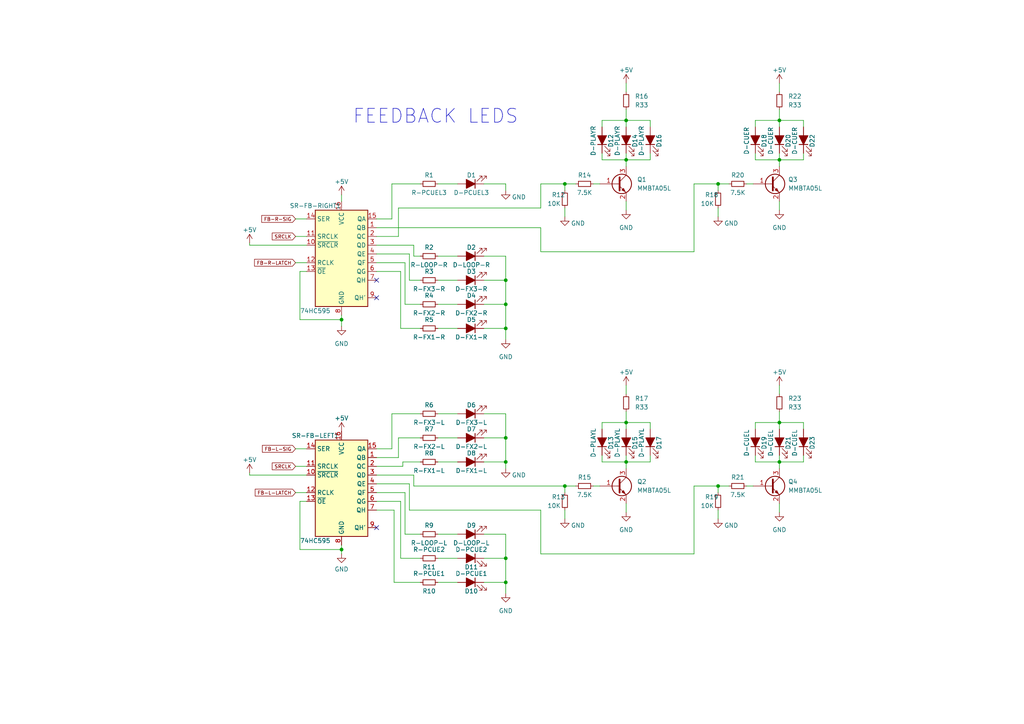
<source format=kicad_sch>
(kicad_sch (version 20210621) (generator eeschema)
  (paper "A4")
  (lib_symbols
    (symbol "74xx:74HC595"
      (property "Reference" "U" (at -7.62 13.97 0))
      (property "Value" "74HC595" (at -7.62 -16.51 0))
      (symbol "74HC595_1_0"
        (pin tri_state line (at 10.16 7.62 180) (length 2.54) (name "QB") (number "1"))
        (pin input line (at -10.16 2.54 0) (length 2.54) (name "~{SRCLR}") (number "10"))
        (pin input line (at -10.16 5.08 0) (length 2.54) (name "SRCLK") (number "11"))
        (pin input line (at -10.16 -2.54 0) (length 2.54) (name "RCLK") (number "12"))
        (pin input line (at -10.16 -5.08 0) (length 2.54) (name "~{OE}") (number "13"))
        (pin input line (at -10.16 10.16 0) (length 2.54) (name "SER") (number "14"))
        (pin tri_state line (at 10.16 10.16 180) (length 2.54) (name "QA") (number "15"))
        (pin power_in line (at 0 15.24 270) (length 2.54) (name "VCC") (number "16"))
        (pin tri_state line (at 10.16 5.08 180) (length 2.54) (name "QC") (number "2"))
        (pin tri_state line (at 10.16 2.54 180) (length 2.54) (name "QD") (number "3"))
        (pin tri_state line (at 10.16 0 180) (length 2.54) (name "QE") (number "4"))
        (pin tri_state line (at 10.16 -2.54 180) (length 2.54) (name "QF") (number "5"))
        (pin tri_state line (at 10.16 -5.08 180) (length 2.54) (name "QG") (number "6"))
        (pin tri_state line (at 10.16 -7.62 180) (length 2.54) (name "QH") (number "7"))
        (pin power_in line (at 0 -17.78 90) (length 2.54) (name "GND") (number "8"))
        (pin output line (at 10.16 -12.7 180) (length 2.54) (name "QH'") (number "9"))
      )
      (symbol "74HC595_1_1"
        (rectangle (start -7.62 12.7) (end 7.62 -15.24) (stroke (width 0.254)) (fill (type background)))
      )
    )
    (symbol "Device:LED_Filled" (pin_numbers hide) (pin_names (offset 1.016) hide)
      (property "Reference" "D" (at 0 2.54 0))
      (property "Value" "LED_Filled" (at 0 -2.54 0))
      (symbol "LED_Filled_0_1"
        (polyline (pts (xy -1.27 -1.27) (xy -1.27 1.27)) (stroke (width 0.254)))
        (polyline (pts (xy -1.27 0) (xy 1.27 0)))
        (polyline (pts (xy -3.048 -0.762) (xy -4.572 -2.286) (xy -3.81 -2.286) (xy -4.572 -2.286) (xy -4.572 -1.524)))
        (polyline (pts (xy -1.778 -0.762) (xy -3.302 -2.286) (xy -2.54 -2.286) (xy -3.302 -2.286) (xy -3.302 -1.524)))
        (polyline (pts (xy 1.27 -1.27) (xy 1.27 1.27) (xy -1.27 0) (xy 1.27 -1.27)) (stroke (width 0.254)) (fill (type outline)))
      )
      (symbol "LED_Filled_1_1"
        (pin passive line (at -3.81 0 0) (length 2.54) (name "K") (number "1"))
        (pin passive line (at 3.81 0 180) (length 2.54) (name "A") (number "2"))
      )
    )
    (symbol "Device:R_Small" (pin_numbers hide) (pin_names (offset 0.254) hide)
      (property "Reference" "R" (at 0.762 0.508 0))
      (property "Value" "R_Small" (at 0.762 -1.016 0))
      (symbol "R_Small_0_1"
        (rectangle (start -0.762 1.778) (end 0.762 -1.778) (stroke (width 0.2032)))
      )
      (symbol "R_Small_1_1"
        (pin passive line (at 0 2.54 270) (length 0.762) (name "~") (number "1"))
        (pin passive line (at 0 -2.54 90) (length 0.762) (name "~") (number "2"))
      )
    )
    (symbol "Transistor_BJT:MMBTA42" (pin_names (offset 0) hide)
      (property "Reference" "Q" (at 5.08 1.905 0))
      (property "Value" "MMBTA42" (at 5.08 0 0))
      (symbol "MMBTA42_0_1"
        (circle (center 1.27 0) (radius 2.8194) (stroke (width 0.254)))
        (polyline (pts (xy 0 0) (xy 0.635 0)))
        (polyline (pts (xy 0.635 0.635) (xy 2.54 2.54)))
        (polyline (pts (xy 0.635 -0.635) (xy 2.54 -2.54) (xy 2.54 -2.54)))
        (polyline (pts (xy 0.635 1.905) (xy 0.635 -1.905) (xy 0.635 -1.905)) (stroke (width 0.508)))
        (polyline (pts (xy 1.27 -1.778) (xy 1.778 -1.27) (xy 2.286 -2.286) (xy 1.27 -1.778) (xy 1.27 -1.778)) (fill (type outline)))
      )
      (symbol "MMBTA42_1_1"
        (pin input line (at -5.08 0 0) (length 5.08) (name "B") (number "1"))
        (pin passive line (at 2.54 -5.08 90) (length 2.54) (name "E") (number "2"))
        (pin passive line (at 2.54 5.08 270) (length 2.54) (name "C") (number "3"))
      )
    )
    (symbol "power:+5V" (power) (pin_names (offset 0))
      (property "Value" "+5V" (at 0 3.556 0))
      (symbol "+5V_0_1"
        (polyline (pts (xy -0.762 1.27) (xy 0 2.54)))
        (polyline (pts (xy 0 0) (xy 0 2.54)))
        (polyline (pts (xy 0 2.54) (xy 0.762 1.27)))
      )
      (symbol "+5V_1_1"
        (pin power_in line (at 0 0 90) (length 0) hide (name "+5V") (number "1"))
      )
    )
    (symbol "power:GND" (power) (pin_names (offset 0))
      (property "Value" "GND" (at 0 -3.81 0))
      (symbol "GND_0_1"
        (polyline (pts (xy 0 0) (xy 0 -1.27) (xy 1.27 -1.27) (xy 0 -2.54) (xy -1.27 -1.27) (xy 0 -1.27)))
      )
      (symbol "GND_1_1"
        (pin power_in line (at 0 0 270) (length 0) hide (name "GND") (number "1"))
      )
    )
  )
  (junction (at 99.06 92.71))
  (junction (at 99.06 159.385))
  (junction (at 146.685 81.28))
  (junction (at 146.685 88.265))
  (junction (at 146.685 95.25))
  (junction (at 146.685 127))
  (junction (at 146.685 133.985))
  (junction (at 146.685 161.925))
  (junction (at 146.685 168.91))
  (junction (at 163.83 53.34))
  (junction (at 163.83 140.97))
  (junction (at 181.61 34.925))
  (junction (at 181.61 46.355))
  (junction (at 181.61 122.555))
  (junction (at 181.61 133.985))
  (junction (at 208.28 53.34))
  (junction (at 208.28 140.97))
  (junction (at 226.06 34.925))
  (junction (at 226.06 46.355))
  (junction (at 226.06 122.555))
  (junction (at 226.06 133.985))
  (no_connect (at 109.22 81.28))
  (no_connect (at 109.22 86.36))
  (no_connect (at 109.22 153.035))
  (wire (pts (xy 72.39 70.485) (xy 72.39 71.12)))
  (wire (pts (xy 72.39 71.12) (xy 88.9 71.12)))
  (wire (pts (xy 72.39 137.16) (xy 72.39 137.795)))
  (wire (pts (xy 72.39 137.795) (xy 88.9 137.795)))
  (wire (pts (xy 85.725 63.5) (xy 88.9 63.5)))
  (wire (pts (xy 85.725 68.58) (xy 88.9 68.58)))
  (wire (pts (xy 85.725 76.2) (xy 88.9 76.2)))
  (wire (pts (xy 85.725 130.175) (xy 88.9 130.175)))
  (wire (pts (xy 85.725 135.255) (xy 88.9 135.255)))
  (wire (pts (xy 85.725 142.875) (xy 88.9 142.875)))
  (wire (pts (xy 86.995 78.74) (xy 86.995 92.71)))
  (wire (pts (xy 86.995 92.71) (xy 99.06 92.71)))
  (wire (pts (xy 86.995 145.415) (xy 86.995 159.385)))
  (wire (pts (xy 86.995 159.385) (xy 99.06 159.385)))
  (wire (pts (xy 88.9 78.74) (xy 86.995 78.74)))
  (wire (pts (xy 88.9 145.415) (xy 86.995 145.415)))
  (wire (pts (xy 99.06 56.515) (xy 99.06 58.42)))
  (wire (pts (xy 99.06 91.44) (xy 99.06 92.71)))
  (wire (pts (xy 99.06 92.71) (xy 99.06 94.615)))
  (wire (pts (xy 99.06 158.115) (xy 99.06 159.385)))
  (wire (pts (xy 99.06 159.385) (xy 99.06 160.655)))
  (wire (pts (xy 109.22 63.5) (xy 113.665 63.5)))
  (wire (pts (xy 109.22 68.58) (xy 115.57 68.58)))
  (wire (pts (xy 109.22 71.12) (xy 120.015 71.12)))
  (wire (pts (xy 109.22 73.66) (xy 118.745 73.66)))
  (wire (pts (xy 109.22 76.2) (xy 117.475 76.2)))
  (wire (pts (xy 109.22 78.74) (xy 116.205 78.74)))
  (wire (pts (xy 109.22 130.175) (xy 113.665 130.175)))
  (wire (pts (xy 109.22 132.715) (xy 115.57 132.715)))
  (wire (pts (xy 109.22 135.255) (xy 116.84 135.255)))
  (wire (pts (xy 109.22 137.795) (xy 120.015 137.795)))
  (wire (pts (xy 109.22 140.335) (xy 118.745 140.335)))
  (wire (pts (xy 109.22 142.875) (xy 117.475 142.875)))
  (wire (pts (xy 109.22 145.415) (xy 116.205 145.415)))
  (wire (pts (xy 109.22 147.955) (xy 114.3 147.955)))
  (wire (pts (xy 113.665 53.34) (xy 121.92 53.34)))
  (wire (pts (xy 113.665 63.5) (xy 113.665 53.34)))
  (wire (pts (xy 113.665 120.015) (xy 121.92 120.015)))
  (wire (pts (xy 113.665 130.175) (xy 113.665 120.015)))
  (wire (pts (xy 114.3 147.955) (xy 114.3 168.91)))
  (wire (pts (xy 114.3 168.91) (xy 121.92 168.91)))
  (wire (pts (xy 115.57 60.325) (xy 115.57 68.58)))
  (wire (pts (xy 115.57 60.325) (xy 156.845 60.325)))
  (wire (pts (xy 115.57 127) (xy 121.92 127)))
  (wire (pts (xy 115.57 132.715) (xy 115.57 127)))
  (wire (pts (xy 116.205 78.74) (xy 116.205 95.25)))
  (wire (pts (xy 116.205 95.25) (xy 121.92 95.25)))
  (wire (pts (xy 116.205 145.415) (xy 116.205 161.925)))
  (wire (pts (xy 116.205 161.925) (xy 121.92 161.925)))
  (wire (pts (xy 116.84 133.985) (xy 121.92 133.985)))
  (wire (pts (xy 116.84 135.255) (xy 116.84 133.985)))
  (wire (pts (xy 117.475 76.2) (xy 117.475 88.265)))
  (wire (pts (xy 117.475 88.265) (xy 121.92 88.265)))
  (wire (pts (xy 117.475 142.875) (xy 117.475 154.94)))
  (wire (pts (xy 117.475 154.94) (xy 121.92 154.94)))
  (wire (pts (xy 118.745 73.66) (xy 118.745 81.28)))
  (wire (pts (xy 118.745 81.28) (xy 121.92 81.28)))
  (wire (pts (xy 118.745 140.335) (xy 118.745 147.955)))
  (wire (pts (xy 118.745 147.955) (xy 156.845 147.955)))
  (wire (pts (xy 120.015 71.12) (xy 120.015 74.295)))
  (wire (pts (xy 120.015 74.295) (xy 121.92 74.295)))
  (wire (pts (xy 120.015 137.795) (xy 120.015 140.97)))
  (wire (pts (xy 120.015 140.97) (xy 163.83 140.97)))
  (wire (pts (xy 127 53.34) (xy 132.715 53.34)))
  (wire (pts (xy 127 74.295) (xy 132.715 74.295)))
  (wire (pts (xy 127 81.28) (xy 132.715 81.28)))
  (wire (pts (xy 127 88.265) (xy 132.715 88.265)))
  (wire (pts (xy 127 95.25) (xy 132.715 95.25)))
  (wire (pts (xy 127 120.015) (xy 132.715 120.015)))
  (wire (pts (xy 127 127) (xy 132.715 127)))
  (wire (pts (xy 127 133.985) (xy 132.715 133.985)))
  (wire (pts (xy 127 154.94) (xy 132.715 154.94)))
  (wire (pts (xy 127 161.925) (xy 132.715 161.925)))
  (wire (pts (xy 127 168.91) (xy 132.715 168.91)))
  (wire (pts (xy 140.335 53.34) (xy 146.685 53.34)))
  (wire (pts (xy 140.335 74.295) (xy 146.685 74.295)))
  (wire (pts (xy 140.335 81.28) (xy 146.685 81.28)))
  (wire (pts (xy 140.335 88.265) (xy 146.685 88.265)))
  (wire (pts (xy 140.335 120.015) (xy 146.685 120.015)))
  (wire (pts (xy 140.335 127) (xy 146.685 127)))
  (wire (pts (xy 140.335 133.985) (xy 146.685 133.985)))
  (wire (pts (xy 140.335 154.94) (xy 146.685 154.94)))
  (wire (pts (xy 146.685 53.34) (xy 146.685 55.245)))
  (wire (pts (xy 146.685 74.295) (xy 146.685 81.28)))
  (wire (pts (xy 146.685 81.28) (xy 146.685 88.265)))
  (wire (pts (xy 146.685 88.265) (xy 146.685 95.25)))
  (wire (pts (xy 146.685 95.25) (xy 140.335 95.25)))
  (wire (pts (xy 146.685 98.425) (xy 146.685 95.25)))
  (wire (pts (xy 146.685 120.015) (xy 146.685 127)))
  (wire (pts (xy 146.685 127) (xy 146.685 133.985)))
  (wire (pts (xy 146.685 133.985) (xy 146.685 135.89)))
  (wire (pts (xy 146.685 154.94) (xy 146.685 161.925)))
  (wire (pts (xy 146.685 161.925) (xy 140.335 161.925)))
  (wire (pts (xy 146.685 161.925) (xy 146.685 168.91)))
  (wire (pts (xy 146.685 168.91) (xy 140.335 168.91)))
  (wire (pts (xy 146.685 172.085) (xy 146.685 168.91)))
  (wire (pts (xy 156.845 53.34) (xy 163.83 53.34)))
  (wire (pts (xy 156.845 60.325) (xy 156.845 53.34)))
  (wire (pts (xy 156.845 66.04) (xy 109.22 66.04)))
  (wire (pts (xy 156.845 66.04) (xy 156.845 73.025)))
  (wire (pts (xy 156.845 73.025) (xy 201.295 73.025)))
  (wire (pts (xy 156.845 160.655) (xy 156.845 147.955)))
  (wire (pts (xy 156.845 160.655) (xy 201.295 160.655)))
  (wire (pts (xy 163.83 53.34) (xy 163.83 55.245)))
  (wire (pts (xy 163.83 53.34) (xy 167.005 53.34)))
  (wire (pts (xy 163.83 60.325) (xy 163.83 62.865)))
  (wire (pts (xy 163.83 140.97) (xy 163.83 142.875)))
  (wire (pts (xy 163.83 140.97) (xy 167.005 140.97)))
  (wire (pts (xy 163.83 147.955) (xy 163.83 150.495)))
  (wire (pts (xy 172.085 53.34) (xy 173.99 53.34)))
  (wire (pts (xy 172.085 140.97) (xy 173.99 140.97)))
  (wire (pts (xy 174.625 34.925) (xy 181.61 34.925)))
  (wire (pts (xy 174.625 36.83) (xy 174.625 34.925)))
  (wire (pts (xy 174.625 44.45) (xy 174.625 46.355)))
  (wire (pts (xy 174.625 46.355) (xy 181.61 46.355)))
  (wire (pts (xy 174.625 122.555) (xy 181.61 122.555)))
  (wire (pts (xy 174.625 124.46) (xy 174.625 122.555)))
  (wire (pts (xy 174.625 132.08) (xy 174.625 133.985)))
  (wire (pts (xy 174.625 133.985) (xy 181.61 133.985)))
  (wire (pts (xy 181.61 24.13) (xy 181.61 26.67)))
  (wire (pts (xy 181.61 31.75) (xy 181.61 34.925)))
  (wire (pts (xy 181.61 34.925) (xy 181.61 36.83)))
  (wire (pts (xy 181.61 44.45) (xy 181.61 46.355)))
  (wire (pts (xy 181.61 46.355) (xy 181.61 48.26)))
  (wire (pts (xy 181.61 58.42) (xy 181.61 60.96)))
  (wire (pts (xy 181.61 111.76) (xy 181.61 114.3)))
  (wire (pts (xy 181.61 119.38) (xy 181.61 122.555)))
  (wire (pts (xy 181.61 122.555) (xy 181.61 124.46)))
  (wire (pts (xy 181.61 132.08) (xy 181.61 133.985)))
  (wire (pts (xy 181.61 133.985) (xy 181.61 135.89)))
  (wire (pts (xy 181.61 146.05) (xy 181.61 148.59)))
  (wire (pts (xy 188.595 34.925) (xy 181.61 34.925)))
  (wire (pts (xy 188.595 36.83) (xy 188.595 34.925)))
  (wire (pts (xy 188.595 44.45) (xy 188.595 46.355)))
  (wire (pts (xy 188.595 46.355) (xy 181.61 46.355)))
  (wire (pts (xy 188.595 122.555) (xy 181.61 122.555)))
  (wire (pts (xy 188.595 124.46) (xy 188.595 122.555)))
  (wire (pts (xy 188.595 132.08) (xy 188.595 133.985)))
  (wire (pts (xy 188.595 133.985) (xy 181.61 133.985)))
  (wire (pts (xy 201.295 53.34) (xy 208.28 53.34)))
  (wire (pts (xy 201.295 73.025) (xy 201.295 53.34)))
  (wire (pts (xy 201.295 140.97) (xy 208.28 140.97)))
  (wire (pts (xy 201.295 160.655) (xy 201.295 140.97)))
  (wire (pts (xy 208.28 53.34) (xy 208.28 55.245)))
  (wire (pts (xy 208.28 53.34) (xy 211.455 53.34)))
  (wire (pts (xy 208.28 60.325) (xy 208.28 62.865)))
  (wire (pts (xy 208.28 140.97) (xy 208.28 142.875)))
  (wire (pts (xy 208.28 140.97) (xy 211.455 140.97)))
  (wire (pts (xy 208.28 147.955) (xy 208.28 150.495)))
  (wire (pts (xy 216.535 53.34) (xy 218.44 53.34)))
  (wire (pts (xy 216.535 140.97) (xy 218.44 140.97)))
  (wire (pts (xy 219.075 34.925) (xy 226.06 34.925)))
  (wire (pts (xy 219.075 36.83) (xy 219.075 34.925)))
  (wire (pts (xy 219.075 44.45) (xy 219.075 46.355)))
  (wire (pts (xy 219.075 46.355) (xy 226.06 46.355)))
  (wire (pts (xy 219.075 122.555) (xy 226.06 122.555)))
  (wire (pts (xy 219.075 124.46) (xy 219.075 122.555)))
  (wire (pts (xy 219.075 132.08) (xy 219.075 133.985)))
  (wire (pts (xy 219.075 133.985) (xy 226.06 133.985)))
  (wire (pts (xy 226.06 24.13) (xy 226.06 26.67)))
  (wire (pts (xy 226.06 31.75) (xy 226.06 34.925)))
  (wire (pts (xy 226.06 34.925) (xy 226.06 36.83)))
  (wire (pts (xy 226.06 44.45) (xy 226.06 46.355)))
  (wire (pts (xy 226.06 46.355) (xy 226.06 48.26)))
  (wire (pts (xy 226.06 58.42) (xy 226.06 60.96)))
  (wire (pts (xy 226.06 111.76) (xy 226.06 114.3)))
  (wire (pts (xy 226.06 119.38) (xy 226.06 122.555)))
  (wire (pts (xy 226.06 122.555) (xy 226.06 124.46)))
  (wire (pts (xy 226.06 132.08) (xy 226.06 133.985)))
  (wire (pts (xy 226.06 133.985) (xy 226.06 135.89)))
  (wire (pts (xy 226.06 146.05) (xy 226.06 148.59)))
  (wire (pts (xy 233.045 34.925) (xy 226.06 34.925)))
  (wire (pts (xy 233.045 36.83) (xy 233.045 34.925)))
  (wire (pts (xy 233.045 44.45) (xy 233.045 46.355)))
  (wire (pts (xy 233.045 46.355) (xy 226.06 46.355)))
  (wire (pts (xy 233.045 122.555) (xy 226.06 122.555)))
  (wire (pts (xy 233.045 124.46) (xy 233.045 122.555)))
  (wire (pts (xy 233.045 132.08) (xy 233.045 133.985)))
  (wire (pts (xy 233.045 133.985) (xy 226.06 133.985)))
  (text "FEEDBACK LEDS" (at 102.235 36.195 0) (effects (font (size 4.016 4.016)) (justify left bottom)))
  (global_label "FB-R-SIG" (shape input) (at 85.725 63.5 180) (effects (font (size 1.016 1.016))) (property "Intersheet References" "${INTERSHEET_REFS}" (effects hide)))
  (global_label "SRCLK" (shape input) (at 85.725 68.58 180) (effects (font (size 1.016 1.016))) (property "Intersheet References" "${INTERSHEET_REFS}" (effects hide)))
  (global_label "FB-R-LATCH" (shape input) (at 85.725 76.2 180) (effects (font (size 1.016 1.016))) (property "Intersheet References" "${INTERSHEET_REFS}" (effects hide)))
  (global_label "FB-L-SIG" (shape input) (at 85.725 130.175 180) (effects (font (size 1.016 1.016))) (property "Intersheet References" "${INTERSHEET_REFS}" (effects hide)))
  (global_label "SRCLK" (shape input) (at 85.725 135.255 180) (effects (font (size 1.016 1.016))) (property "Intersheet References" "${INTERSHEET_REFS}" (effects hide)))
  (global_label "FB-L-LATCH" (shape input) (at 85.725 142.875 180) (effects (font (size 1.016 1.016))) (property "Intersheet References" "${INTERSHEET_REFS}" (effects hide)))
  (symbol (lib_id "power:+5V") (at 72.39 70.485 0) (unit 1)
    (property "Reference" "#PWR040" (effects hide))
    (property "Value" "+5V" (at 72.39 66.675 0))
  )
  (symbol (lib_id "power:+5V") (at 72.39 137.16 0) (unit 1)
    (property "Reference" "#PWR041" (effects hide))
    (property "Value" "+5V" (at 72.39 133.35 0))
  )
  (symbol (lib_id "power:+5V") (at 99.06 56.515 0) (unit 1)
    (property "Reference" "#PWR042" (effects hide))
    (property "Value" "+5V" (at 99.06 52.705 0))
  )
  (symbol (lib_id "power:+5V") (at 99.06 125.095 0) (unit 1)
    (property "Reference" "#PWR044" (effects hide))
    (property "Value" "+5V" (at 99.06 121.285 0))
  )
  (symbol (lib_id "power:+5V") (at 181.61 24.13 0) (unit 1)
    (property "Reference" "#PWR052" (effects hide))
    (property "Value" "+5V" (at 181.61 20.32 0))
  )
  (symbol (lib_id "power:+5V") (at 181.61 111.76 0) (unit 1)
    (property "Reference" "#PWR054" (effects hide))
    (property "Value" "+5V" (at 181.61 107.95 0))
  )
  (symbol (lib_id "power:+5V") (at 226.06 24.13 0) (unit 1)
    (property "Reference" "#PWR058" (effects hide))
    (property "Value" "+5V" (at 226.06 20.32 0))
  )
  (symbol (lib_id "power:+5V") (at 226.06 111.76 0) (unit 1)
    (property "Reference" "#PWR060" (effects hide))
    (property "Value" "+5V" (at 226.06 107.95 0))
  )
  (symbol (lib_id "power:GND") (at 99.06 94.615 0) (unit 1)
    (property "Reference" "#PWR043" (effects hide))
    (property "Value" "GND" (at 99.06 99.695 0))
  )
  (symbol (lib_id "power:GND") (at 99.06 160.655 0) (unit 1)
    (property "Reference" "#PWR045" (effects hide))
    (property "Value" "GND" (at 99.06 165.1 0))
  )
  (symbol (lib_id "power:GND") (at 146.685 55.245 0) (unit 1)
    (property "Reference" "#PWR046" (effects hide))
    (property "Value" "GND" (at 150.495 57.15 0))
  )
  (symbol (lib_id "power:GND") (at 146.685 98.425 0) (unit 1)
    (property "Reference" "#PWR047" (effects hide))
    (property "Value" "GND" (at 146.685 103.505 0))
  )
  (symbol (lib_id "power:GND") (at 146.685 135.89 0) (unit 1)
    (property "Reference" "#PWR048" (effects hide))
    (property "Value" "GND" (at 150.495 137.795 0))
  )
  (symbol (lib_id "power:GND") (at 146.685 172.085 0) (unit 1)
    (property "Reference" "#PWR049" (effects hide))
    (property "Value" "GND" (at 146.685 177.165 0))
  )
  (symbol (lib_id "power:GND") (at 163.83 62.865 0) (unit 1)
    (property "Reference" "#PWR050" (effects hide))
    (property "Value" "GND" (at 167.64 64.77 0))
  )
  (symbol (lib_id "power:GND") (at 163.83 150.495 0) (unit 1)
    (property "Reference" "#PWR051" (effects hide))
    (property "Value" "GND" (at 167.64 152.4 0))
  )
  (symbol (lib_id "power:GND") (at 181.61 60.96 0) (unit 1)
    (property "Reference" "#PWR053" (effects hide))
    (property "Value" "GND" (at 181.61 66.04 0))
  )
  (symbol (lib_id "power:GND") (at 181.61 148.59 0) (unit 1)
    (property "Reference" "#PWR055" (effects hide))
    (property "Value" "GND" (at 181.61 153.67 0))
  )
  (symbol (lib_id "power:GND") (at 208.28 62.865 0) (unit 1)
    (property "Reference" "#PWR056" (effects hide))
    (property "Value" "GND" (at 212.09 64.77 0))
  )
  (symbol (lib_id "power:GND") (at 208.28 150.495 0) (unit 1)
    (property "Reference" "#PWR057" (effects hide))
    (property "Value" "GND" (at 212.09 152.4 0))
  )
  (symbol (lib_id "power:GND") (at 226.06 60.96 0) (unit 1)
    (property "Reference" "#PWR059" (effects hide))
    (property "Value" "GND" (at 226.06 66.04 0))
  )
  (symbol (lib_id "power:GND") (at 226.06 148.59 0) (unit 1)
    (property "Reference" "#PWR061" (effects hide))
    (property "Value" "GND" (at 226.06 153.67 0))
  )
  (symbol (lib_id "Device:R_Small") (at 124.46 53.34 270) (unit 1)
    (property "Reference" "R1" (at 124.46 50.8 90))
    (property "Value" "R-PCUEL3" (at 124.46 55.88 90))
    (property "Footprint" "Library:R_1206_3216Metric_Pad1.30x1.75mm_HandSolder" (effects hide))
  )
  (symbol (lib_id "Device:R_Small") (at 124.46 74.295 270) (unit 1)
    (property "Reference" "R2" (at 124.46 71.755 90))
    (property "Value" "R-LOOP-R" (at 124.46 76.835 90))
    (property "Footprint" "Library:R_1206_3216Metric_Pad1.30x1.75mm_HandSolder" (effects hide))
  )
  (symbol (lib_id "Device:R_Small") (at 124.46 81.28 270) (unit 1)
    (property "Reference" "R3" (at 124.46 78.74 90))
    (property "Value" "R-FX3-R" (at 124.46 83.82 90))
    (property "Footprint" "Library:R_1206_3216Metric_Pad1.30x1.75mm_HandSolder" (effects hide))
  )
  (symbol (lib_id "Device:R_Small") (at 124.46 88.265 270) (unit 1)
    (property "Reference" "R4" (at 124.46 85.725 90))
    (property "Value" "R-FX2-R" (at 124.46 90.805 90))
    (property "Footprint" "Library:R_1206_3216Metric_Pad1.30x1.75mm_HandSolder" (effects hide))
  )
  (symbol (lib_id "Device:R_Small") (at 124.46 95.25 270) (unit 1)
    (property "Reference" "R5" (at 124.46 92.71 90))
    (property "Value" "R-FX1-R" (at 124.46 97.79 90))
    (property "Footprint" "Library:R_1206_3216Metric_Pad1.30x1.75mm_HandSolder" (effects hide))
  )
  (symbol (lib_id "Device:R_Small") (at 124.46 120.015 270) (unit 1)
    (property "Reference" "R6" (at 124.46 117.475 90))
    (property "Value" "R-FX3-L" (at 124.46 122.555 90))
    (property "Footprint" "Library:R_1206_3216Metric_Pad1.30x1.75mm_HandSolder" (effects hide))
  )
  (symbol (lib_id "Device:R_Small") (at 124.46 127 270) (unit 1)
    (property "Reference" "R7" (at 124.46 124.46 90))
    (property "Value" "R-FX2-L" (at 124.46 129.54 90))
    (property "Footprint" "Library:R_1206_3216Metric_Pad1.30x1.75mm_HandSolder" (effects hide))
  )
  (symbol (lib_id "Device:R_Small") (at 124.46 133.985 270) (unit 1)
    (property "Reference" "R8" (at 124.46 131.445 90))
    (property "Value" "R-FX1-L" (at 124.46 136.525 90))
    (property "Footprint" "Library:R_1206_3216Metric_Pad1.30x1.75mm_HandSolder" (effects hide))
  )
  (symbol (lib_id "Device:R_Small") (at 124.46 154.94 270) (unit 1)
    (property "Reference" "R9" (at 124.46 152.4 90))
    (property "Value" "R-LOOP-L" (at 124.46 157.48 90))
    (property "Footprint" "Library:R_1206_3216Metric_Pad1.30x1.75mm_HandSolder" (effects hide))
  )
  (symbol (lib_id "Device:R_Small") (at 124.46 161.925 270) (mirror x) (unit 1)
    (property "Reference" "R11" (at 124.46 164.465 90))
    (property "Value" "R-PCUE2" (at 124.46 159.385 90))
    (property "Footprint" "Library:R_1206_3216Metric_Pad1.30x1.75mm_HandSolder" (effects hide))
  )
  (symbol (lib_id "Device:R_Small") (at 124.46 168.91 270) (mirror x) (unit 1)
    (property "Reference" "R10" (at 124.46 171.45 90))
    (property "Value" "R-PCUE1" (at 124.46 166.37 90))
    (property "Footprint" "Library:R_1206_3216Metric_Pad1.30x1.75mm_HandSolder" (effects hide))
  )
  (symbol (lib_id "Device:R_Small") (at 163.83 57.785 0) (unit 1)
    (property "Reference" "R12" (at 160.02 56.5149 0) (effects (justify left)))
    (property "Value" "10K" (at 158.75 59.0549 0) (effects (justify left)))
    (property "Footprint" "Library:R_1206_3216Metric_Pad1.30x1.75mm_HandSolder" (effects hide))
  )
  (symbol (lib_id "Device:R_Small") (at 163.83 145.415 0) (unit 1)
    (property "Reference" "R13" (at 160.02 144.1449 0) (effects (justify left)))
    (property "Value" "10K" (at 158.75 146.6849 0) (effects (justify left)))
    (property "Footprint" "Library:R_1206_3216Metric_Pad1.30x1.75mm_HandSolder" (effects hide))
  )
  (symbol (lib_id "Device:R_Small") (at 169.545 53.34 270) (unit 1)
    (property "Reference" "R14" (at 169.545 50.8 90))
    (property "Value" "7.5K" (at 169.545 55.88 90))
    (property "Footprint" "Library:R_1206_3216Metric_Pad1.30x1.75mm_HandSolder" (effects hide))
  )
  (symbol (lib_id "Device:R_Small") (at 169.545 140.97 270) (unit 1)
    (property "Reference" "R15" (at 169.545 138.43 90))
    (property "Value" "7.5K" (at 169.545 143.51 90))
    (property "Footprint" "Library:R_1206_3216Metric_Pad1.30x1.75mm_HandSolder" (effects hide))
  )
  (symbol (lib_id "Device:R_Small") (at 181.61 29.21 0) (unit 1)
    (property "Reference" "R16" (at 184.15 27.9399 0) (effects (justify left)))
    (property "Value" "R33" (at 184.15 30.4799 0) (effects (justify left)))
    (property "Footprint" "Library:R_1206_3216Metric_Pad1.30x1.75mm_HandSolder" (effects hide))
  )
  (symbol (lib_id "Device:R_Small") (at 181.61 116.84 0) (unit 1)
    (property "Reference" "R17" (at 184.15 115.5699 0) (effects (justify left)))
    (property "Value" "R33" (at 184.15 118.1099 0) (effects (justify left)))
    (property "Footprint" "Library:R_1206_3216Metric_Pad1.30x1.75mm_HandSolder" (effects hide))
  )
  (symbol (lib_id "Device:R_Small") (at 208.28 57.785 0) (unit 1)
    (property "Reference" "R18" (at 204.47 56.5149 0) (effects (justify left)))
    (property "Value" "10K" (at 203.2 59.0549 0) (effects (justify left)))
    (property "Footprint" "Library:R_1206_3216Metric_Pad1.30x1.75mm_HandSolder" (effects hide))
  )
  (symbol (lib_id "Device:R_Small") (at 208.28 145.415 0) (unit 1)
    (property "Reference" "R19" (at 204.47 144.1449 0) (effects (justify left)))
    (property "Value" "10K" (at 203.2 146.6849 0) (effects (justify left)))
    (property "Footprint" "Library:R_1206_3216Metric_Pad1.30x1.75mm_HandSolder" (effects hide))
  )
  (symbol (lib_id "Device:R_Small") (at 213.995 53.34 270) (unit 1)
    (property "Reference" "R20" (at 213.995 50.8 90))
    (property "Value" "7.5K" (at 213.995 55.88 90))
    (property "Footprint" "Library:R_1206_3216Metric_Pad1.30x1.75mm_HandSolder" (effects hide))
  )
  (symbol (lib_id "Device:R_Small") (at 213.995 140.97 270) (unit 1)
    (property "Reference" "R21" (at 213.995 138.43 90))
    (property "Value" "7.5K" (at 213.995 143.51 90))
    (property "Footprint" "Library:R_1206_3216Metric_Pad1.30x1.75mm_HandSolder" (effects hide))
  )
  (symbol (lib_id "Device:R_Small") (at 226.06 29.21 0) (unit 1)
    (property "Reference" "R22" (at 228.6 27.9399 0) (effects (justify left)))
    (property "Value" "R33" (at 228.6 30.4799 0) (effects (justify left)))
    (property "Footprint" "Library:R_1206_3216Metric_Pad1.30x1.75mm_HandSolder" (effects hide))
  )
  (symbol (lib_id "Device:R_Small") (at 226.06 116.84 0) (unit 1)
    (property "Reference" "R23" (at 228.6 115.5699 0) (effects (justify left)))
    (property "Value" "R33" (at 228.6 118.1099 0) (effects (justify left)))
    (property "Footprint" "Library:R_1206_3216Metric_Pad1.30x1.75mm_HandSolder" (effects hide))
  )
  (symbol (lib_id "Device:LED_Filled") (at 136.525 53.34 180) (unit 1)
    (property "Reference" "D1" (at 136.7155 50.8 0))
    (property "Value" "D-PCUEL3" (at 136.7155 55.88 0))
    (property "Footprint" "Library:LED_1206_3216Metric_Pad1.42x1.75mm_HandSolder" (effects hide))
  )
  (symbol (lib_id "Device:LED_Filled") (at 136.525 74.295 180) (unit 1)
    (property "Reference" "D2" (at 136.7155 71.755 0))
    (property "Value" "D-LOOP-R" (at 136.7155 76.835 0))
    (property "Footprint" "Library:LED_1206_3216Metric_Pad1.42x1.75mm_HandSolder" (effects hide))
  )
  (symbol (lib_id "Device:LED_Filled") (at 136.525 81.28 180) (unit 1)
    (property "Reference" "D3" (at 136.7155 78.74 0))
    (property "Value" "D-FX3-R" (at 136.7155 83.82 0))
    (property "Footprint" "Library:LED_1206_3216Metric_Pad1.42x1.75mm_HandSolder" (effects hide))
  )
  (symbol (lib_id "Device:LED_Filled") (at 136.525 88.265 180) (unit 1)
    (property "Reference" "D4" (at 136.7155 85.725 0))
    (property "Value" "D-FX2-R" (at 136.7155 90.805 0))
    (property "Footprint" "Library:LED_1206_3216Metric_Pad1.42x1.75mm_HandSolder" (effects hide))
  )
  (symbol (lib_id "Device:LED_Filled") (at 136.525 95.25 180) (unit 1)
    (property "Reference" "D5" (at 136.7155 92.71 0))
    (property "Value" "D-FX1-R" (at 136.7155 97.79 0))
    (property "Footprint" "Library:LED_1206_3216Metric_Pad1.42x1.75mm_HandSolder" (effects hide))
  )
  (symbol (lib_id "Device:LED_Filled") (at 136.525 120.015 180) (unit 1)
    (property "Reference" "D6" (at 136.7155 117.475 0))
    (property "Value" "D-FX3-L" (at 136.7155 122.555 0))
    (property "Footprint" "Library:LED_1206_3216Metric_Pad1.42x1.75mm_HandSolder" (effects hide))
  )
  (symbol (lib_id "Device:LED_Filled") (at 136.525 127 180) (unit 1)
    (property "Reference" "D7" (at 136.7155 124.46 0))
    (property "Value" "D-FX2-L" (at 136.7155 129.54 0))
    (property "Footprint" "Library:LED_1206_3216Metric_Pad1.42x1.75mm_HandSolder" (effects hide))
  )
  (symbol (lib_id "Device:LED_Filled") (at 136.525 133.985 180) (unit 1)
    (property "Reference" "D8" (at 136.7155 131.445 0))
    (property "Value" "D-FX1-L" (at 136.7155 136.525 0))
    (property "Footprint" "Library:LED_1206_3216Metric_Pad1.42x1.75mm_HandSolder" (effects hide))
  )
  (symbol (lib_id "Device:LED_Filled") (at 136.525 154.94 180) (unit 1)
    (property "Reference" "D9" (at 136.7155 152.4 0))
    (property "Value" "D-LOOP-L" (at 136.7155 157.48 0))
    (property "Footprint" "Library:LED_1206_3216Metric_Pad1.42x1.75mm_HandSolder" (effects hide))
  )
  (symbol (lib_id "Device:LED_Filled") (at 136.525 161.925 0) (mirror y) (unit 1)
    (property "Reference" "D11" (at 136.7155 164.465 0))
    (property "Value" "D-PCUE2" (at 136.7155 159.385 0))
    (property "Footprint" "Library:LED_1206_3216Metric_Pad1.42x1.75mm_HandSolder" (effects hide))
  )
  (symbol (lib_id "Device:LED_Filled") (at 136.525 168.91 0) (mirror y) (unit 1)
    (property "Reference" "D10" (at 136.7155 171.45 0))
    (property "Value" "D-PCUE1" (at 136.7155 166.37 0))
    (property "Footprint" "Library:LED_1206_3216Metric_Pad1.42x1.75mm_HandSolder" (effects hide))
  )
  (symbol (lib_id "Device:LED_Filled") (at 174.625 40.64 90) (unit 1)
    (property "Reference" "D12" (at 177.165 40.8305 0))
    (property "Value" "D-PLAYR" (at 172.085 40.8305 0))
    (property "Footprint" "Library:LED_1206_3216Metric_Pad1.42x1.75mm_HandSolder" (effects hide))
  )
  (symbol (lib_id "Device:LED_Filled") (at 174.625 128.27 90) (unit 1)
    (property "Reference" "D13" (at 177.165 128.4605 0))
    (property "Value" "D-PLAYL" (at 172.085 128.4605 0))
    (property "Footprint" "Library:LED_1206_3216Metric_Pad1.42x1.75mm_HandSolder" (effects hide))
  )
  (symbol (lib_id "Device:LED_Filled") (at 181.61 40.64 90) (unit 1)
    (property "Reference" "D14" (at 184.15 40.8305 0))
    (property "Value" "D-PLAYR" (at 179.07 40.8305 0))
    (property "Footprint" "Library:LED_1206_3216Metric_Pad1.42x1.75mm_HandSolder" (effects hide))
  )
  (symbol (lib_id "Device:LED_Filled") (at 181.61 128.27 90) (unit 1)
    (property "Reference" "D15" (at 184.15 128.4605 0))
    (property "Value" "D-PLAYL" (at 179.07 128.4605 0))
    (property "Footprint" "Library:LED_1206_3216Metric_Pad1.42x1.75mm_HandSolder" (effects hide))
  )
  (symbol (lib_id "Device:LED_Filled") (at 188.595 40.64 90) (unit 1)
    (property "Reference" "D16" (at 191.135 40.8305 0))
    (property "Value" "D-PLAYR" (at 186.055 40.8305 0))
    (property "Footprint" "Library:LED_1206_3216Metric_Pad1.42x1.75mm_HandSolder" (effects hide))
  )
  (symbol (lib_id "Device:LED_Filled") (at 188.595 128.27 90) (unit 1)
    (property "Reference" "D17" (at 191.135 128.4605 0))
    (property "Value" "D-PLAYL" (at 186.055 128.4605 0))
    (property "Footprint" "Library:LED_1206_3216Metric_Pad1.42x1.75mm_HandSolder" (effects hide))
  )
  (symbol (lib_id "Device:LED_Filled") (at 219.075 40.64 90) (unit 1)
    (property "Reference" "D18" (at 221.615 40.8305 0))
    (property "Value" "D-CUER" (at 216.535 40.8305 0))
    (property "Footprint" "Library:LED_1206_3216Metric_Pad1.42x1.75mm_HandSolder" (effects hide))
  )
  (symbol (lib_id "Device:LED_Filled") (at 219.075 128.27 90) (unit 1)
    (property "Reference" "D19" (at 221.615 128.4605 0))
    (property "Value" "D-CUEL" (at 216.535 128.4605 0))
    (property "Footprint" "Library:LED_1206_3216Metric_Pad1.42x1.75mm_HandSolder" (effects hide))
  )
  (symbol (lib_id "Device:LED_Filled") (at 226.06 40.64 90) (unit 1)
    (property "Reference" "D20" (at 228.6 40.8305 0))
    (property "Value" "D-CUER" (at 223.52 40.8305 0))
    (property "Footprint" "Library:LED_1206_3216Metric_Pad1.42x1.75mm_HandSolder" (effects hide))
  )
  (symbol (lib_id "Device:LED_Filled") (at 226.06 128.27 90) (unit 1)
    (property "Reference" "D21" (at 228.6 128.4605 0))
    (property "Value" "D-CUEL" (at 223.52 128.4605 0))
    (property "Footprint" "Library:LED_1206_3216Metric_Pad1.42x1.75mm_HandSolder" (effects hide))
  )
  (symbol (lib_id "Device:LED_Filled") (at 233.045 40.64 90) (unit 1)
    (property "Reference" "D22" (at 235.585 40.8305 0))
    (property "Value" "D-CUER" (at 230.505 40.8305 0))
    (property "Footprint" "Library:LED_1206_3216Metric_Pad1.42x1.75mm_HandSolder" (effects hide))
  )
  (symbol (lib_id "Device:LED_Filled") (at 233.045 128.27 90) (unit 1)
    (property "Reference" "D23" (at 235.585 128.4605 0))
    (property "Value" "D-CUEL" (at 230.505 128.4605 0))
    (property "Footprint" "Library:LED_1206_3216Metric_Pad1.42x1.75mm_HandSolder" (effects hide))
  )
  (symbol (lib_id "Transistor_BJT:MMBTA42") (at 179.07 53.34 0) (unit 1)
    (property "Reference" "Q1" (at 184.785 52.0699 0) (effects (justify left)))
    (property "Value" "MMBTA05L" (at 184.785 54.6099 0) (effects (justify left)))
    (property "Footprint" "Library:SOT-23_Handsoldering" (effects hide))
    (property "Datasheet" "https://www.onsemi.com/pub/Collateral/MMBTA42LT1-D.PDF" (effects hide))
  )
  (symbol (lib_id "Transistor_BJT:MMBTA42") (at 179.07 140.97 0) (unit 1)
    (property "Reference" "Q2" (at 184.785 139.6999 0) (effects (justify left)))
    (property "Value" "MMBTA05L" (at 184.785 142.2399 0) (effects (justify left)))
    (property "Footprint" "Library:SOT-23_Handsoldering" (effects hide))
    (property "Datasheet" "https://www.onsemi.com/pub/Collateral/MMBTA42LT1-D.PDF" (effects hide))
  )
  (symbol (lib_id "Transistor_BJT:MMBTA42") (at 223.52 53.34 0) (unit 1)
    (property "Reference" "Q3" (at 228.6 52.0699 0) (effects (justify left)))
    (property "Value" "MMBTA05L" (at 228.6 54.6099 0) (effects (justify left)))
    (property "Footprint" "Library:SOT-23_Handsoldering" (effects hide))
    (property "Datasheet" "https://www.onsemi.com/pub/Collateral/MMBTA42LT1-D.PDF" (effects hide))
  )
  (symbol (lib_id "Transistor_BJT:MMBTA42") (at 223.52 140.97 0) (unit 1)
    (property "Reference" "Q4" (at 228.6 139.6999 0) (effects (justify left)))
    (property "Value" "MMBTA05L" (at 228.6 142.2399 0) (effects (justify left)))
    (property "Footprint" "Library:SOT-23_Handsoldering" (effects hide))
    (property "Datasheet" "https://www.onsemi.com/pub/Collateral/MMBTA42LT1-D.PDF" (effects hide))
  )
  (symbol (lib_id "74xx:74HC595") (at 99.06 73.66 0) (unit 1)
    (property "Reference" "SR-FB-RIGHT1" (at 91.44 59.69 0))
    (property "Value" "74HC595" (at 91.44 90.17 0))
    (property "Footprint" "Library:SO-16_3.9x9.9mm_P1.27mm" (effects hide))
    (property "Datasheet" "http://www.ti.com/lit/ds/symlink/sn74hc595.pdf" (effects hide))
  )
  (symbol (lib_id "74xx:74HC595") (at 99.06 140.335 0) (unit 1)
    (property "Reference" "SR-FB-LEFT1" (at 91.44 126.365 0))
    (property "Value" "74HC595" (at 91.44 156.845 0))
    (property "Footprint" "Library:SO-16_3.9x9.9mm_P1.27mm" (effects hide))
    (property "Datasheet" "http://www.ti.com/lit/ds/symlink/sn74hc595.pdf" (effects hide))
  )
)
</source>
